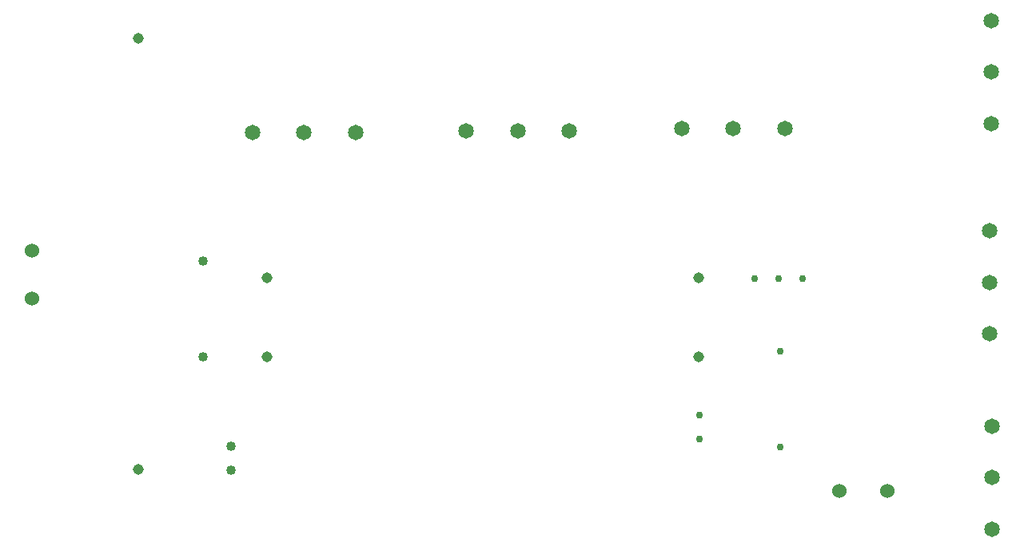
<source format=gbr>
G04 PROTEUS GERBER X2 FILE*
%TF.GenerationSoftware,Labcenter,Proteus,8.13-SP0-Build31525*%
%TF.CreationDate,2025-01-18T14:33:54+00:00*%
%TF.FileFunction,Plated,1,2,PTH*%
%TF.FilePolarity,Positive*%
%TF.Part,Single*%
%TF.SameCoordinates,{d9d58708-2b01-4210-ba30-9eb4af83a777}*%
%FSLAX45Y45*%
%MOMM*%
G01*
%TA.AperFunction,ComponentDrill*%
%ADD42C,1.524000*%
%ADD43C,1.016000*%
%ADD44C,1.143000*%
%ADD45C,0.762000*%
%TA.AperFunction,ComponentDrill*%
%ADD46C,1.651000*%
%TD.AperFunction*%
D42*
X+880000Y+3306548D03*
X+880000Y+2798548D03*
D43*
X+2700000Y+2180548D03*
X+2700000Y+3196548D03*
X+2990000Y+1226548D03*
X+2990000Y+972548D03*
D44*
X+2010000Y+986548D03*
X+2010000Y+5558548D03*
X+3370000Y+3016548D03*
X+7942000Y+3016548D03*
X+3370000Y+2176548D03*
X+7942000Y+2176548D03*
D45*
X+7950000Y+1302548D03*
X+7950000Y+1556548D03*
X+8536000Y+3006548D03*
X+8790000Y+3006548D03*
X+9044000Y+3006548D03*
X+8810000Y+1220548D03*
X+8810000Y+2236548D03*
D46*
X+3217800Y+4556548D03*
X+3763900Y+4556548D03*
X+4310000Y+4556548D03*
X+5483900Y+4576548D03*
X+6030000Y+4576548D03*
X+6576100Y+4576548D03*
X+7763900Y+4596548D03*
X+8310000Y+4596548D03*
X+8856100Y+4596548D03*
X+11040000Y+5742648D03*
X+11040000Y+5196548D03*
X+11040000Y+4650448D03*
X+11030000Y+3512648D03*
X+11030000Y+2966548D03*
X+11030000Y+2420448D03*
X+11050000Y+1442648D03*
X+11050000Y+896548D03*
X+11050000Y+350448D03*
D42*
X+9940000Y+756548D03*
X+9432000Y+756548D03*
M02*

</source>
